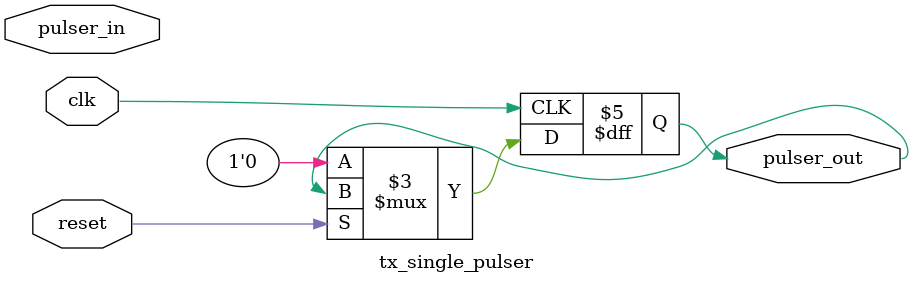
<source format=v>
module tx_single_pulser (input clk,
                         input reset,
                         input pulser_in,
                         output pulser_out);

    parameter wait_h = 1'b1;
    parameter wait_l = 1'b0;

    always @(posedge clk) begin
        if (!reset) begin
            pulser_out <= 1'b0;
        end
        else begin

        end
    end
endmodule
</source>
